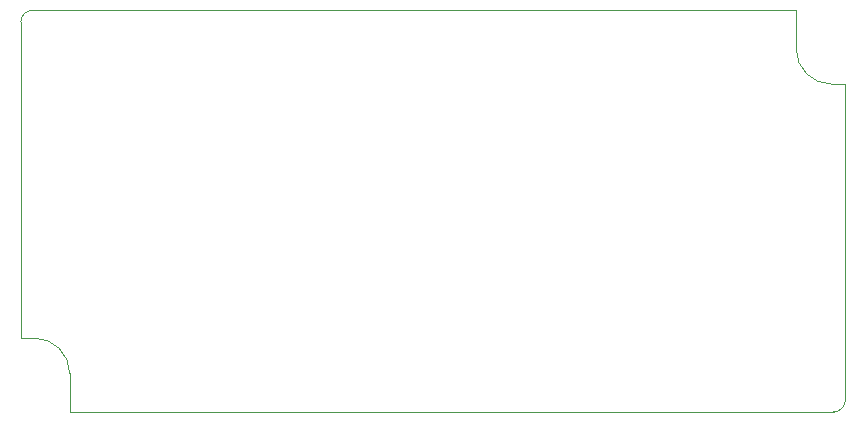
<source format=gbr>
%TF.GenerationSoftware,KiCad,Pcbnew,(5.1.7-0-10_14)*%
%TF.CreationDate,2021-01-17T02:16:49+01:00*%
%TF.ProjectId,CP-PP-miniEVsimulator,43502d50-502d-46d6-996e-69455673696d,rev?*%
%TF.SameCoordinates,Original*%
%TF.FileFunction,Profile,NP*%
%FSLAX46Y46*%
G04 Gerber Fmt 4.6, Leading zero omitted, Abs format (unit mm)*
G04 Created by KiCad (PCBNEW (5.1.7-0-10_14)) date 2021-01-17 02:16:49*
%MOMM*%
%LPD*%
G01*
G04 APERTURE LIST*
%TA.AperFunction,Profile*%
%ADD10C,0.010000*%
%TD*%
G04 APERTURE END LIST*
D10*
X161925000Y-155702000D02*
G75*
G02*
X160925000Y-156702000I-1000000J0D01*
G01*
X160750000Y-128950000D02*
G75*
G02*
X157750000Y-125950000I0J3000000D01*
G01*
X160750000Y-128950000D02*
X161925000Y-128950000D01*
X161925000Y-128950000D02*
X161925000Y-155702000D01*
X157750000Y-125950000D02*
X157750000Y-122700000D01*
X92100000Y-123700000D02*
G75*
G02*
X93100000Y-122700000I1000000J0D01*
G01*
X93100000Y-122700000D02*
X157750000Y-122700000D01*
X93250000Y-150450000D02*
G75*
G02*
X96250000Y-153450000I0J-3000000D01*
G01*
X96250000Y-153450000D02*
X96250000Y-156700000D01*
X93250000Y-150450000D02*
X92100000Y-150450000D01*
X160925000Y-156702000D02*
X96250000Y-156700000D01*
X92100000Y-123700000D02*
X92100000Y-150450000D01*
M02*

</source>
